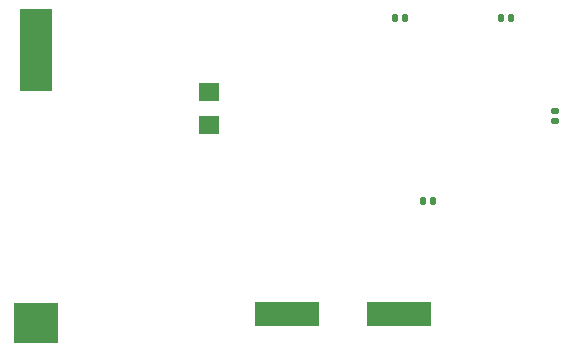
<source format=gbp>
%FSLAX24Y24*%
%MOIN*%
%SFA1B1*%

%IPPOS*%
%AMD102*
4,1,8,0.006900,0.010600,-0.006900,0.010600,-0.012500,0.005000,-0.012500,-0.005000,-0.006900,-0.010600,0.006900,-0.010600,0.012500,-0.005000,0.012500,0.005000,0.006900,0.010600,0.0*
1,1,0.011268,0.006900,0.005000*
1,1,0.011268,-0.006900,0.005000*
1,1,0.011268,-0.006900,-0.005000*
1,1,0.011268,0.006900,-0.005000*
%
%AMD103*
4,1,8,0.010600,-0.006900,0.010600,0.006900,0.005000,0.012500,-0.005000,0.012500,-0.010600,0.006900,-0.010600,-0.006900,-0.005000,-0.012500,0.005000,-0.012500,0.010600,-0.006900,0.0*
1,1,0.011268,0.005000,-0.006900*
1,1,0.011268,0.005000,0.006900*
1,1,0.011268,-0.005000,0.006900*
1,1,0.011268,-0.005000,-0.006900*
%
%ADD35R,0.070866X0.062992*%
%ADD101R,0.216535X0.078740*%
G04~CAMADD=102~8~0.0~0.0~250.0~212.6~56.3~0.0~15~0.0~0.0~0.0~0.0~0~0.0~0.0~0.0~0.0~0~0.0~0.0~0.0~0.0~250.0~212.6*
%ADD102D102*%
G04~CAMADD=103~8~0.0~0.0~250.0~212.6~56.3~0.0~15~0.0~0.0~0.0~0.0~0~0.0~0.0~0.0~0.0~0~0.0~0.0~0.0~270.0~213.0~250.0*
%ADD103D103*%
%ADD104R,0.110236X0.275590*%
%ADD105R,0.149606X0.137795*%
%LNpeoplecounter-1*%
%LPD*%
G54D35*
X12460Y7558D03*
Y8661D03*
G54D101*
X18800Y1240D03*
X15060D03*
G54D102*
X24000Y7670D03*
Y8009D03*
G54D103*
X19590Y5010D03*
X19929D03*
X22529Y11110D03*
X22190D03*
X18650Y11130D03*
X18989D03*
G54D104*
X6692Y10068D03*
G54D105*
X6692Y954D03*
M02*
</source>
